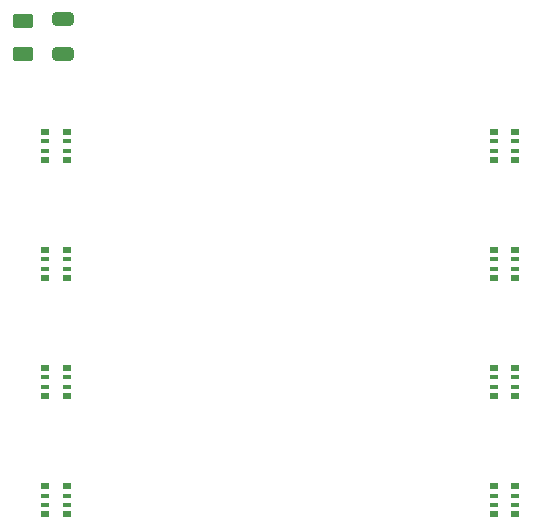
<source format=gtp>
G04 #@! TF.GenerationSoftware,KiCad,Pcbnew,9.0.0*
G04 #@! TF.CreationDate,2025-04-21T22:07:48+01:00*
G04 #@! TF.ProjectId,LED_Hub,4c45445f-4875-4622-9e6b-696361645f70,rev?*
G04 #@! TF.SameCoordinates,Original*
G04 #@! TF.FileFunction,Paste,Top*
G04 #@! TF.FilePolarity,Positive*
%FSLAX46Y46*%
G04 Gerber Fmt 4.6, Leading zero omitted, Abs format (unit mm)*
G04 Created by KiCad (PCBNEW 9.0.0) date 2025-04-21 22:07:48*
%MOMM*%
%LPD*%
G01*
G04 APERTURE LIST*
G04 Aperture macros list*
%AMRoundRect*
0 Rectangle with rounded corners*
0 $1 Rounding radius*
0 $2 $3 $4 $5 $6 $7 $8 $9 X,Y pos of 4 corners*
0 Add a 4 corners polygon primitive as box body*
4,1,4,$2,$3,$4,$5,$6,$7,$8,$9,$2,$3,0*
0 Add four circle primitives for the rounded corners*
1,1,$1+$1,$2,$3*
1,1,$1+$1,$4,$5*
1,1,$1+$1,$6,$7*
1,1,$1+$1,$8,$9*
0 Add four rect primitives between the rounded corners*
20,1,$1+$1,$2,$3,$4,$5,0*
20,1,$1+$1,$4,$5,$6,$7,0*
20,1,$1+$1,$6,$7,$8,$9,0*
20,1,$1+$1,$8,$9,$2,$3,0*%
G04 Aperture macros list end*
%ADD10RoundRect,0.250000X-0.650000X0.325000X-0.650000X-0.325000X0.650000X-0.325000X0.650000X0.325000X0*%
%ADD11RoundRect,0.250000X-0.625000X0.375000X-0.625000X-0.375000X0.625000X-0.375000X0.625000X0.375000X0*%
%ADD12R,0.800000X0.500000*%
%ADD13R,0.800000X0.400000*%
G04 APERTURE END LIST*
D10*
X140120000Y-52355000D03*
X140120000Y-55305000D03*
D11*
X136750000Y-52450000D03*
X136750000Y-55250000D03*
D12*
X140445000Y-64265000D03*
D13*
X140445000Y-63465000D03*
X140445000Y-62665000D03*
D12*
X140445000Y-61865000D03*
X138645000Y-61865000D03*
D13*
X138645000Y-62665000D03*
X138645000Y-63465000D03*
D12*
X138645000Y-64265000D03*
X176645000Y-71865000D03*
D13*
X176645000Y-72665000D03*
X176645000Y-73465000D03*
D12*
X176645000Y-74265000D03*
X178445000Y-74265000D03*
D13*
X178445000Y-73465000D03*
X178445000Y-72665000D03*
D12*
X178445000Y-71865000D03*
X176645000Y-61865000D03*
D13*
X176645000Y-62665000D03*
X176645000Y-63465000D03*
D12*
X176645000Y-64265000D03*
X178445000Y-64265000D03*
D13*
X178445000Y-63465000D03*
X178445000Y-62665000D03*
D12*
X178445000Y-61865000D03*
X140445000Y-94265000D03*
D13*
X140445000Y-93465000D03*
X140445000Y-92665000D03*
D12*
X140445000Y-91865000D03*
X138645000Y-91865000D03*
D13*
X138645000Y-92665000D03*
X138645000Y-93465000D03*
D12*
X138645000Y-94265000D03*
X140445000Y-84265000D03*
D13*
X140445000Y-83465000D03*
X140445000Y-82665000D03*
D12*
X140445000Y-81865000D03*
X138645000Y-81865000D03*
D13*
X138645000Y-82665000D03*
X138645000Y-83465000D03*
D12*
X138645000Y-84265000D03*
X140445000Y-74265000D03*
D13*
X140445000Y-73465000D03*
X140445000Y-72665000D03*
D12*
X140445000Y-71865000D03*
X138645000Y-71865000D03*
D13*
X138645000Y-72665000D03*
X138645000Y-73465000D03*
D12*
X138645000Y-74265000D03*
X176645000Y-81865000D03*
D13*
X176645000Y-82665000D03*
X176645000Y-83465000D03*
D12*
X176645000Y-84265000D03*
X178445000Y-84265000D03*
D13*
X178445000Y-83465000D03*
X178445000Y-82665000D03*
D12*
X178445000Y-81865000D03*
X176645000Y-91865000D03*
D13*
X176645000Y-92665000D03*
X176645000Y-93465000D03*
D12*
X176645000Y-94265000D03*
X178445000Y-94265000D03*
D13*
X178445000Y-93465000D03*
X178445000Y-92665000D03*
D12*
X178445000Y-91865000D03*
M02*

</source>
